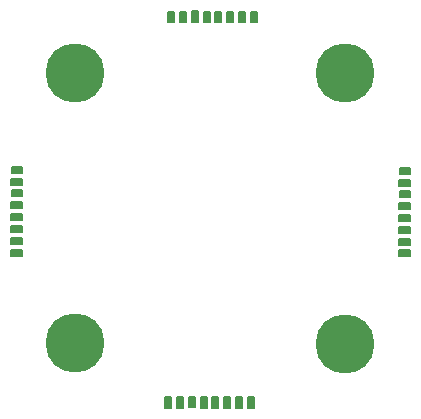
<source format=gbr>
%TF.GenerationSoftware,KiCad,Pcbnew,9.0.2*%
%TF.CreationDate,2025-06-19T13:53:20-04:00*%
%TF.ProjectId,GlassIDC_Mounted_10x15mm,476c6173-7349-4444-935f-4d6f756e7465,rev?*%
%TF.SameCoordinates,Original*%
%TF.FileFunction,Soldermask,Bot*%
%TF.FilePolarity,Negative*%
%FSLAX46Y46*%
G04 Gerber Fmt 4.6, Leading zero omitted, Abs format (unit mm)*
G04 Created by KiCad (PCBNEW 9.0.2) date 2025-06-19 13:53:20*
%MOMM*%
%LPD*%
G01*
G04 APERTURE LIST*
%ADD10C,0.200000*%
%ADD11C,1.773427*%
%ADD12C,5.000000*%
G04 APERTURE END LIST*
D10*
X131660000Y-105380000D02*
X132549000Y-105380000D01*
X132549000Y-105888000D01*
X131660000Y-105888000D01*
X131660000Y-105380000D01*
G36*
X131660000Y-105380000D02*
G01*
X132549000Y-105380000D01*
X132549000Y-105888000D01*
X131660000Y-105888000D01*
X131660000Y-105380000D01*
G37*
X164500000Y-104440000D02*
X165389000Y-104440000D01*
X165389000Y-104948000D01*
X164500000Y-104948000D01*
X164500000Y-104440000D01*
G36*
X164500000Y-104440000D02*
G01*
X165389000Y-104440000D01*
X165389000Y-104948000D01*
X164500000Y-104948000D01*
X164500000Y-104440000D01*
G37*
X150662000Y-120875500D02*
X151170000Y-120875500D01*
X151170000Y-121764500D01*
X150662000Y-121764500D01*
X150662000Y-120875500D01*
G36*
X150662000Y-120875500D02*
G01*
X151170000Y-120875500D01*
X151170000Y-121764500D01*
X150662000Y-121764500D01*
X150662000Y-120875500D01*
G37*
D11*
X137970139Y-93660000D02*
G75*
G02*
X136196713Y-93660000I-886713J0D01*
G01*
X136196713Y-93660000D02*
G75*
G02*
X137970139Y-93660000I886713J0D01*
G01*
D10*
X164520000Y-101430000D02*
X165409000Y-101430000D01*
X165409000Y-101938000D01*
X164520000Y-101938000D01*
X164520000Y-101430000D01*
G36*
X164520000Y-101430000D02*
G01*
X165409000Y-101430000D01*
X165409000Y-101938000D01*
X164520000Y-101938000D01*
X164520000Y-101430000D01*
G37*
X164500000Y-108440000D02*
X165389000Y-108440000D01*
X165389000Y-108948000D01*
X164500000Y-108948000D01*
X164500000Y-108440000D01*
G36*
X164500000Y-108440000D02*
G01*
X165389000Y-108440000D01*
X165389000Y-108948000D01*
X164500000Y-108948000D01*
X164500000Y-108440000D01*
G37*
X145672000Y-120875500D02*
X146180000Y-120875500D01*
X146180000Y-121764500D01*
X145672000Y-121764500D01*
X145672000Y-120875500D01*
G36*
X145672000Y-120875500D02*
G01*
X146180000Y-120875500D01*
X146180000Y-121764500D01*
X145672000Y-121764500D01*
X145672000Y-120875500D01*
G37*
X164510000Y-102450000D02*
X165399000Y-102450000D01*
X165399000Y-102958000D01*
X164510000Y-102958000D01*
X164510000Y-102450000D01*
G36*
X164510000Y-102450000D02*
G01*
X165399000Y-102450000D01*
X165399000Y-102958000D01*
X164510000Y-102958000D01*
X164510000Y-102450000D01*
G37*
X164510000Y-105440000D02*
X165399000Y-105440000D01*
X165399000Y-105948000D01*
X164510000Y-105948000D01*
X164510000Y-105440000D01*
G36*
X164510000Y-105440000D02*
G01*
X165399000Y-105440000D01*
X165399000Y-105948000D01*
X164510000Y-105948000D01*
X164510000Y-105440000D01*
G37*
D11*
X160760139Y-116460000D02*
G75*
G02*
X158986713Y-116460000I-886713J0D01*
G01*
X158986713Y-116460000D02*
G75*
G02*
X160760139Y-116460000I886713J0D01*
G01*
D10*
X131660000Y-107380000D02*
X132549000Y-107380000D01*
X132549000Y-107888000D01*
X131660000Y-107888000D01*
X131660000Y-107380000D01*
G36*
X131660000Y-107380000D02*
G01*
X132549000Y-107380000D01*
X132549000Y-107888000D01*
X131660000Y-107888000D01*
X131660000Y-107380000D01*
G37*
X151940000Y-88241000D02*
X152448000Y-88241000D01*
X152448000Y-89130000D01*
X151940000Y-89130000D01*
X151940000Y-88241000D01*
G36*
X151940000Y-88241000D02*
G01*
X152448000Y-88241000D01*
X152448000Y-89130000D01*
X151940000Y-89130000D01*
X151940000Y-88241000D01*
G37*
X148930000Y-88221000D02*
X149438000Y-88221000D01*
X149438000Y-89110000D01*
X148930000Y-89110000D01*
X148930000Y-88221000D01*
G36*
X148930000Y-88221000D02*
G01*
X149438000Y-88221000D01*
X149438000Y-89110000D01*
X148930000Y-89110000D01*
X148930000Y-88221000D01*
G37*
X146940000Y-88211000D02*
X147448000Y-88211000D01*
X147448000Y-89100000D01*
X146940000Y-89100000D01*
X146940000Y-88211000D01*
G36*
X146940000Y-88211000D02*
G01*
X147448000Y-88211000D01*
X147448000Y-89100000D01*
X146940000Y-89100000D01*
X146940000Y-88211000D01*
G37*
D11*
X160796713Y-93493426D02*
G75*
G02*
X159023287Y-93493426I-886713J0D01*
G01*
X159023287Y-93493426D02*
G75*
G02*
X160796713Y-93493426I886713J0D01*
G01*
D10*
X164520000Y-103430000D02*
X165409000Y-103430000D01*
X165409000Y-103938000D01*
X164520000Y-103938000D01*
X164520000Y-103430000D01*
G36*
X164520000Y-103430000D02*
G01*
X165409000Y-103430000D01*
X165409000Y-103938000D01*
X164520000Y-103938000D01*
X164520000Y-103430000D01*
G37*
X144672000Y-120865500D02*
X145180000Y-120865500D01*
X145180000Y-121754500D01*
X144672000Y-121754500D01*
X144672000Y-120865500D01*
G36*
X144672000Y-120865500D02*
G01*
X145180000Y-120865500D01*
X145180000Y-121754500D01*
X144672000Y-121754500D01*
X144672000Y-120865500D01*
G37*
X148672000Y-120865500D02*
X149180000Y-120865500D01*
X149180000Y-121754500D01*
X148672000Y-121754500D01*
X148672000Y-120865500D01*
G36*
X148672000Y-120865500D02*
G01*
X149180000Y-120865500D01*
X149180000Y-121754500D01*
X148672000Y-121754500D01*
X148672000Y-120865500D01*
G37*
X147930000Y-88231000D02*
X148438000Y-88231000D01*
X148438000Y-89120000D01*
X147930000Y-89120000D01*
X147930000Y-88231000D01*
G36*
X147930000Y-88231000D02*
G01*
X148438000Y-88231000D01*
X148438000Y-89120000D01*
X147930000Y-89120000D01*
X147930000Y-88231000D01*
G37*
X131640000Y-106370000D02*
X132529000Y-106370000D01*
X132529000Y-106878000D01*
X131640000Y-106878000D01*
X131640000Y-106370000D01*
G36*
X131640000Y-106370000D02*
G01*
X132529000Y-106370000D01*
X132529000Y-106878000D01*
X131640000Y-106878000D01*
X131640000Y-106370000D01*
G37*
X146682000Y-120855500D02*
X147190000Y-120855500D01*
X147190000Y-121744500D01*
X146682000Y-121744500D01*
X146682000Y-120855500D01*
G36*
X146682000Y-120855500D02*
G01*
X147190000Y-120855500D01*
X147190000Y-121744500D01*
X146682000Y-121744500D01*
X146682000Y-120855500D01*
G37*
X131650000Y-104380000D02*
X132539000Y-104380000D01*
X132539000Y-104888000D01*
X131650000Y-104888000D01*
X131650000Y-104380000D01*
G36*
X131650000Y-104380000D02*
G01*
X132539000Y-104380000D01*
X132539000Y-104888000D01*
X131650000Y-104888000D01*
X131650000Y-104380000D01*
G37*
X149940000Y-88241000D02*
X150448000Y-88241000D01*
X150448000Y-89130000D01*
X149940000Y-89130000D01*
X149940000Y-88241000D01*
G36*
X149940000Y-88241000D02*
G01*
X150448000Y-88241000D01*
X150448000Y-89130000D01*
X149940000Y-89130000D01*
X149940000Y-88241000D01*
G37*
X164510000Y-107440000D02*
X165399000Y-107440000D01*
X165399000Y-107948000D01*
X164510000Y-107948000D01*
X164510000Y-107440000D01*
G36*
X164510000Y-107440000D02*
G01*
X165399000Y-107440000D01*
X165399000Y-107948000D01*
X164510000Y-107948000D01*
X164510000Y-107440000D01*
G37*
X131660000Y-102390000D02*
X132549000Y-102390000D01*
X132549000Y-102898000D01*
X131660000Y-102898000D01*
X131660000Y-102390000D01*
G36*
X131660000Y-102390000D02*
G01*
X132549000Y-102390000D01*
X132549000Y-102898000D01*
X131660000Y-102898000D01*
X131660000Y-102390000D01*
G37*
X149682000Y-120885500D02*
X150190000Y-120885500D01*
X150190000Y-121774500D01*
X149682000Y-121774500D01*
X149682000Y-120885500D01*
G36*
X149682000Y-120885500D02*
G01*
X150190000Y-120885500D01*
X150190000Y-121774500D01*
X149682000Y-121774500D01*
X149682000Y-120885500D01*
G37*
X131650000Y-108380000D02*
X132539000Y-108380000D01*
X132539000Y-108888000D01*
X131650000Y-108888000D01*
X131650000Y-108380000D01*
G36*
X131650000Y-108380000D02*
G01*
X132539000Y-108380000D01*
X132539000Y-108888000D01*
X131650000Y-108888000D01*
X131650000Y-108380000D01*
G37*
X145930000Y-88231000D02*
X146438000Y-88231000D01*
X146438000Y-89120000D01*
X145930000Y-89120000D01*
X145930000Y-88231000D01*
G36*
X145930000Y-88231000D02*
G01*
X146438000Y-88231000D01*
X146438000Y-89120000D01*
X145930000Y-89120000D01*
X145930000Y-88231000D01*
G37*
X144930000Y-88221000D02*
X145438000Y-88221000D01*
X145438000Y-89110000D01*
X144930000Y-89110000D01*
X144930000Y-88221000D01*
G36*
X144930000Y-88221000D02*
G01*
X145438000Y-88221000D01*
X145438000Y-89110000D01*
X144930000Y-89110000D01*
X144930000Y-88221000D01*
G37*
X131670000Y-101370000D02*
X132559000Y-101370000D01*
X132559000Y-101878000D01*
X131670000Y-101878000D01*
X131670000Y-101370000D01*
G36*
X131670000Y-101370000D02*
G01*
X132559000Y-101370000D01*
X132559000Y-101878000D01*
X131670000Y-101878000D01*
X131670000Y-101370000D01*
G37*
X164490000Y-106430000D02*
X165379000Y-106430000D01*
X165379000Y-106938000D01*
X164490000Y-106938000D01*
X164490000Y-106430000D01*
G36*
X164490000Y-106430000D02*
G01*
X165379000Y-106430000D01*
X165379000Y-106938000D01*
X164490000Y-106938000D01*
X164490000Y-106430000D01*
G37*
X151682000Y-120885500D02*
X152190000Y-120885500D01*
X152190000Y-121774500D01*
X151682000Y-121774500D01*
X151682000Y-120885500D01*
G36*
X151682000Y-120885500D02*
G01*
X152190000Y-120885500D01*
X152190000Y-121774500D01*
X151682000Y-121774500D01*
X151682000Y-120885500D01*
G37*
X147672000Y-120875500D02*
X148180000Y-120875500D01*
X148180000Y-121764500D01*
X147672000Y-121764500D01*
X147672000Y-120875500D01*
G36*
X147672000Y-120875500D02*
G01*
X148180000Y-120875500D01*
X148180000Y-121764500D01*
X147672000Y-121764500D01*
X147672000Y-120875500D01*
G37*
X150920000Y-88231000D02*
X151428000Y-88231000D01*
X151428000Y-89120000D01*
X150920000Y-89120000D01*
X150920000Y-88231000D01*
G36*
X150920000Y-88231000D02*
G01*
X151428000Y-88231000D01*
X151428000Y-89120000D01*
X150920000Y-89120000D01*
X150920000Y-88231000D01*
G37*
D11*
X137923287Y-116410000D02*
G75*
G02*
X136149861Y-116410000I-886713J0D01*
G01*
X136149861Y-116410000D02*
G75*
G02*
X137923287Y-116410000I886713J0D01*
G01*
D10*
X131670000Y-103370000D02*
X132559000Y-103370000D01*
X132559000Y-103878000D01*
X131670000Y-103878000D01*
X131670000Y-103370000D01*
G36*
X131670000Y-103370000D02*
G01*
X132559000Y-103370000D01*
X132559000Y-103878000D01*
X131670000Y-103878000D01*
X131670000Y-103370000D01*
G37*
D12*
%TO.C,REF\u002A\u002A*%
X137011817Y-93457817D03*
%TD*%
%TO.C,REF\u002A\u002A*%
X159867637Y-116342911D03*
%TD*%
%TO.C,REF\u002A\u002A*%
X137081545Y-116324726D03*
%TD*%
%TO.C,REF\u002A\u002A*%
X159911452Y-93461999D03*
%TD*%
M02*

</source>
